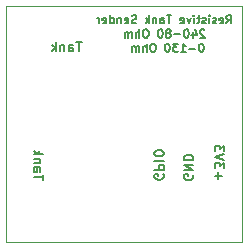
<source format=gbr>
%TF.GenerationSoftware,KiCad,Pcbnew,(5.1.8-0-10_14)*%
%TF.CreationDate,2020-11-27T11:56:29+01:00*%
%TF.ProjectId,Tank_Sender,54616e6b-5f53-4656-9e64-65722e6b6963,rev?*%
%TF.SameCoordinates,Original*%
%TF.FileFunction,Legend,Bot*%
%TF.FilePolarity,Positive*%
%FSLAX46Y46*%
G04 Gerber Fmt 4.6, Leading zero omitted, Abs format (unit mm)*
G04 Created by KiCad (PCBNEW (5.1.8-0-10_14)) date 2020-11-27 11:56:29*
%MOMM*%
%LPD*%
G01*
G04 APERTURE LIST*
%TA.AperFunction,Profile*%
%ADD10C,0.050000*%
%TD*%
%ADD11C,0.150000*%
G04 APERTURE END LIST*
D10*
X145000000Y-93000000D02*
X165000000Y-93000000D01*
X165000000Y-93000000D02*
X165000000Y-73000000D01*
X165000000Y-73000000D02*
X145000000Y-73000000D01*
X145000000Y-73000000D02*
X145000000Y-90000000D01*
X145000000Y-93000000D02*
X145000000Y-90000000D01*
D11*
X158300000Y-87300000D02*
X158338095Y-87376190D01*
X158338095Y-87490476D01*
X158300000Y-87604761D01*
X158223809Y-87680952D01*
X158147619Y-87719047D01*
X157995238Y-87757142D01*
X157880952Y-87757142D01*
X157728571Y-87719047D01*
X157652380Y-87680952D01*
X157576190Y-87604761D01*
X157538095Y-87490476D01*
X157538095Y-87414285D01*
X157576190Y-87300000D01*
X157614285Y-87261904D01*
X157880952Y-87261904D01*
X157880952Y-87414285D01*
X157538095Y-86919047D02*
X158338095Y-86919047D01*
X158338095Y-86614285D01*
X158300000Y-86538095D01*
X158261904Y-86500000D01*
X158185714Y-86461904D01*
X158071428Y-86461904D01*
X157995238Y-86500000D01*
X157957142Y-86538095D01*
X157919047Y-86614285D01*
X157919047Y-86919047D01*
X157538095Y-86119047D02*
X158338095Y-86119047D01*
X158338095Y-85585714D02*
X158338095Y-85433333D01*
X158300000Y-85357142D01*
X158223809Y-85280952D01*
X158071428Y-85242857D01*
X157804761Y-85242857D01*
X157652380Y-85280952D01*
X157576190Y-85357142D01*
X157538095Y-85433333D01*
X157538095Y-85585714D01*
X157576190Y-85661904D01*
X157652380Y-85738095D01*
X157804761Y-85776190D01*
X158071428Y-85776190D01*
X158223809Y-85738095D01*
X158300000Y-85661904D01*
X158338095Y-85585714D01*
X160800000Y-87309523D02*
X160838095Y-87385714D01*
X160838095Y-87500000D01*
X160800000Y-87614285D01*
X160723809Y-87690476D01*
X160647619Y-87728571D01*
X160495238Y-87766666D01*
X160380952Y-87766666D01*
X160228571Y-87728571D01*
X160152380Y-87690476D01*
X160076190Y-87614285D01*
X160038095Y-87500000D01*
X160038095Y-87423809D01*
X160076190Y-87309523D01*
X160114285Y-87271428D01*
X160380952Y-87271428D01*
X160380952Y-87423809D01*
X160038095Y-86928571D02*
X160838095Y-86928571D01*
X160038095Y-86471428D01*
X160838095Y-86471428D01*
X160038095Y-86090476D02*
X160838095Y-86090476D01*
X160838095Y-85900000D01*
X160800000Y-85785714D01*
X160723809Y-85709523D01*
X160647619Y-85671428D01*
X160495238Y-85633333D01*
X160380952Y-85633333D01*
X160228571Y-85671428D01*
X160152380Y-85709523D01*
X160076190Y-85785714D01*
X160038095Y-85900000D01*
X160038095Y-86090476D01*
X162942857Y-87709523D02*
X162942857Y-87100000D01*
X162638095Y-87404761D02*
X163247619Y-87404761D01*
X163438095Y-86795238D02*
X163438095Y-86300000D01*
X163133333Y-86566666D01*
X163133333Y-86452380D01*
X163095238Y-86376190D01*
X163057142Y-86338095D01*
X162980952Y-86300000D01*
X162790476Y-86300000D01*
X162714285Y-86338095D01*
X162676190Y-86376190D01*
X162638095Y-86452380D01*
X162638095Y-86680952D01*
X162676190Y-86757142D01*
X162714285Y-86795238D01*
X163438095Y-86071428D02*
X162638095Y-85804761D01*
X163438095Y-85538095D01*
X163438095Y-85347619D02*
X163438095Y-84852380D01*
X163133333Y-85119047D01*
X163133333Y-85004761D01*
X163095238Y-84928571D01*
X163057142Y-84890476D01*
X162980952Y-84852380D01*
X162790476Y-84852380D01*
X162714285Y-84890476D01*
X162676190Y-84928571D01*
X162638095Y-85004761D01*
X162638095Y-85233333D01*
X162676190Y-85309523D01*
X162714285Y-85347619D01*
X148138095Y-87776190D02*
X148138095Y-87319047D01*
X147338095Y-87547619D02*
X148138095Y-87547619D01*
X147338095Y-86709523D02*
X147757142Y-86709523D01*
X147833333Y-86747619D01*
X147871428Y-86823809D01*
X147871428Y-86976190D01*
X147833333Y-87052380D01*
X147376190Y-86709523D02*
X147338095Y-86785714D01*
X147338095Y-86976190D01*
X147376190Y-87052380D01*
X147452380Y-87090476D01*
X147528571Y-87090476D01*
X147604761Y-87052380D01*
X147642857Y-86976190D01*
X147642857Y-86785714D01*
X147680952Y-86709523D01*
X147871428Y-86328571D02*
X147338095Y-86328571D01*
X147795238Y-86328571D02*
X147833333Y-86290476D01*
X147871428Y-86214285D01*
X147871428Y-86100000D01*
X147833333Y-86023809D01*
X147757142Y-85985714D01*
X147338095Y-85985714D01*
X147338095Y-85604761D02*
X148138095Y-85604761D01*
X147642857Y-85528571D02*
X147338095Y-85300000D01*
X147871428Y-85300000D02*
X147566666Y-85604761D01*
X151376190Y-76061904D02*
X150919047Y-76061904D01*
X151147619Y-76861904D02*
X151147619Y-76061904D01*
X150309523Y-76861904D02*
X150309523Y-76442857D01*
X150347619Y-76366666D01*
X150423809Y-76328571D01*
X150576190Y-76328571D01*
X150652380Y-76366666D01*
X150309523Y-76823809D02*
X150385714Y-76861904D01*
X150576190Y-76861904D01*
X150652380Y-76823809D01*
X150690476Y-76747619D01*
X150690476Y-76671428D01*
X150652380Y-76595238D01*
X150576190Y-76557142D01*
X150385714Y-76557142D01*
X150309523Y-76519047D01*
X149928571Y-76328571D02*
X149928571Y-76861904D01*
X149928571Y-76404761D02*
X149890476Y-76366666D01*
X149814285Y-76328571D01*
X149700000Y-76328571D01*
X149623809Y-76366666D01*
X149585714Y-76442857D01*
X149585714Y-76861904D01*
X149204761Y-76861904D02*
X149204761Y-76061904D01*
X149128571Y-76557142D02*
X148900000Y-76861904D01*
X148900000Y-76328571D02*
X149204761Y-76633333D01*
X163650000Y-74516666D02*
X163883333Y-74183333D01*
X164050000Y-74516666D02*
X164050000Y-73816666D01*
X163783333Y-73816666D01*
X163716666Y-73850000D01*
X163683333Y-73883333D01*
X163650000Y-73950000D01*
X163650000Y-74050000D01*
X163683333Y-74116666D01*
X163716666Y-74150000D01*
X163783333Y-74183333D01*
X164050000Y-74183333D01*
X163083333Y-74483333D02*
X163150000Y-74516666D01*
X163283333Y-74516666D01*
X163350000Y-74483333D01*
X163383333Y-74416666D01*
X163383333Y-74150000D01*
X163350000Y-74083333D01*
X163283333Y-74050000D01*
X163150000Y-74050000D01*
X163083333Y-74083333D01*
X163050000Y-74150000D01*
X163050000Y-74216666D01*
X163383333Y-74283333D01*
X162783333Y-74483333D02*
X162716666Y-74516666D01*
X162583333Y-74516666D01*
X162516666Y-74483333D01*
X162483333Y-74416666D01*
X162483333Y-74383333D01*
X162516666Y-74316666D01*
X162583333Y-74283333D01*
X162683333Y-74283333D01*
X162750000Y-74250000D01*
X162783333Y-74183333D01*
X162783333Y-74150000D01*
X162750000Y-74083333D01*
X162683333Y-74050000D01*
X162583333Y-74050000D01*
X162516666Y-74083333D01*
X162183333Y-74516666D02*
X162183333Y-74050000D01*
X162183333Y-73816666D02*
X162216666Y-73850000D01*
X162183333Y-73883333D01*
X162150000Y-73850000D01*
X162183333Y-73816666D01*
X162183333Y-73883333D01*
X161883333Y-74483333D02*
X161816666Y-74516666D01*
X161683333Y-74516666D01*
X161616666Y-74483333D01*
X161583333Y-74416666D01*
X161583333Y-74383333D01*
X161616666Y-74316666D01*
X161683333Y-74283333D01*
X161783333Y-74283333D01*
X161850000Y-74250000D01*
X161883333Y-74183333D01*
X161883333Y-74150000D01*
X161850000Y-74083333D01*
X161783333Y-74050000D01*
X161683333Y-74050000D01*
X161616666Y-74083333D01*
X161383333Y-74050000D02*
X161116666Y-74050000D01*
X161283333Y-73816666D02*
X161283333Y-74416666D01*
X161250000Y-74483333D01*
X161183333Y-74516666D01*
X161116666Y-74516666D01*
X160883333Y-74516666D02*
X160883333Y-74050000D01*
X160883333Y-73816666D02*
X160916666Y-73850000D01*
X160883333Y-73883333D01*
X160850000Y-73850000D01*
X160883333Y-73816666D01*
X160883333Y-73883333D01*
X160616666Y-74050000D02*
X160450000Y-74516666D01*
X160283333Y-74050000D01*
X159750000Y-74483333D02*
X159816666Y-74516666D01*
X159950000Y-74516666D01*
X160016666Y-74483333D01*
X160050000Y-74416666D01*
X160050000Y-74150000D01*
X160016666Y-74083333D01*
X159950000Y-74050000D01*
X159816666Y-74050000D01*
X159750000Y-74083333D01*
X159716666Y-74150000D01*
X159716666Y-74216666D01*
X160050000Y-74283333D01*
X158983333Y-73816666D02*
X158583333Y-73816666D01*
X158783333Y-74516666D02*
X158783333Y-73816666D01*
X158050000Y-74516666D02*
X158050000Y-74150000D01*
X158083333Y-74083333D01*
X158150000Y-74050000D01*
X158283333Y-74050000D01*
X158350000Y-74083333D01*
X158050000Y-74483333D02*
X158116666Y-74516666D01*
X158283333Y-74516666D01*
X158350000Y-74483333D01*
X158383333Y-74416666D01*
X158383333Y-74350000D01*
X158350000Y-74283333D01*
X158283333Y-74250000D01*
X158116666Y-74250000D01*
X158050000Y-74216666D01*
X157716666Y-74050000D02*
X157716666Y-74516666D01*
X157716666Y-74116666D02*
X157683333Y-74083333D01*
X157616666Y-74050000D01*
X157516666Y-74050000D01*
X157450000Y-74083333D01*
X157416666Y-74150000D01*
X157416666Y-74516666D01*
X157083333Y-74516666D02*
X157083333Y-73816666D01*
X157016666Y-74250000D02*
X156816666Y-74516666D01*
X156816666Y-74050000D02*
X157083333Y-74316666D01*
X156016666Y-74483333D02*
X155916666Y-74516666D01*
X155750000Y-74516666D01*
X155683333Y-74483333D01*
X155650000Y-74450000D01*
X155616666Y-74383333D01*
X155616666Y-74316666D01*
X155650000Y-74250000D01*
X155683333Y-74216666D01*
X155750000Y-74183333D01*
X155883333Y-74150000D01*
X155950000Y-74116666D01*
X155983333Y-74083333D01*
X156016666Y-74016666D01*
X156016666Y-73950000D01*
X155983333Y-73883333D01*
X155950000Y-73850000D01*
X155883333Y-73816666D01*
X155716666Y-73816666D01*
X155616666Y-73850000D01*
X155050000Y-74483333D02*
X155116666Y-74516666D01*
X155250000Y-74516666D01*
X155316666Y-74483333D01*
X155350000Y-74416666D01*
X155350000Y-74150000D01*
X155316666Y-74083333D01*
X155250000Y-74050000D01*
X155116666Y-74050000D01*
X155050000Y-74083333D01*
X155016666Y-74150000D01*
X155016666Y-74216666D01*
X155350000Y-74283333D01*
X154716666Y-74050000D02*
X154716666Y-74516666D01*
X154716666Y-74116666D02*
X154683333Y-74083333D01*
X154616666Y-74050000D01*
X154516666Y-74050000D01*
X154450000Y-74083333D01*
X154416666Y-74150000D01*
X154416666Y-74516666D01*
X153783333Y-74516666D02*
X153783333Y-73816666D01*
X153783333Y-74483333D02*
X153850000Y-74516666D01*
X153983333Y-74516666D01*
X154050000Y-74483333D01*
X154083333Y-74450000D01*
X154116666Y-74383333D01*
X154116666Y-74183333D01*
X154083333Y-74116666D01*
X154050000Y-74083333D01*
X153983333Y-74050000D01*
X153850000Y-74050000D01*
X153783333Y-74083333D01*
X153183333Y-74483333D02*
X153250000Y-74516666D01*
X153383333Y-74516666D01*
X153450000Y-74483333D01*
X153483333Y-74416666D01*
X153483333Y-74150000D01*
X153450000Y-74083333D01*
X153383333Y-74050000D01*
X153250000Y-74050000D01*
X153183333Y-74083333D01*
X153150000Y-74150000D01*
X153150000Y-74216666D01*
X153483333Y-74283333D01*
X152850000Y-74516666D02*
X152850000Y-74050000D01*
X152850000Y-74183333D02*
X152816666Y-74116666D01*
X152783333Y-74083333D01*
X152716666Y-74050000D01*
X152650000Y-74050000D01*
X161783333Y-75083333D02*
X161750000Y-75050000D01*
X161683333Y-75016666D01*
X161516666Y-75016666D01*
X161450000Y-75050000D01*
X161416666Y-75083333D01*
X161383333Y-75150000D01*
X161383333Y-75216666D01*
X161416666Y-75316666D01*
X161816666Y-75716666D01*
X161383333Y-75716666D01*
X160783333Y-75250000D02*
X160783333Y-75716666D01*
X160950000Y-74983333D02*
X161116666Y-75483333D01*
X160683333Y-75483333D01*
X160283333Y-75016666D02*
X160216666Y-75016666D01*
X160150000Y-75050000D01*
X160116666Y-75083333D01*
X160083333Y-75150000D01*
X160050000Y-75283333D01*
X160050000Y-75450000D01*
X160083333Y-75583333D01*
X160116666Y-75650000D01*
X160150000Y-75683333D01*
X160216666Y-75716666D01*
X160283333Y-75716666D01*
X160350000Y-75683333D01*
X160383333Y-75650000D01*
X160416666Y-75583333D01*
X160450000Y-75450000D01*
X160450000Y-75283333D01*
X160416666Y-75150000D01*
X160383333Y-75083333D01*
X160350000Y-75050000D01*
X160283333Y-75016666D01*
X159750000Y-75450000D02*
X159216666Y-75450000D01*
X158783333Y-75316666D02*
X158850000Y-75283333D01*
X158883333Y-75250000D01*
X158916666Y-75183333D01*
X158916666Y-75150000D01*
X158883333Y-75083333D01*
X158850000Y-75050000D01*
X158783333Y-75016666D01*
X158650000Y-75016666D01*
X158583333Y-75050000D01*
X158550000Y-75083333D01*
X158516666Y-75150000D01*
X158516666Y-75183333D01*
X158550000Y-75250000D01*
X158583333Y-75283333D01*
X158650000Y-75316666D01*
X158783333Y-75316666D01*
X158850000Y-75350000D01*
X158883333Y-75383333D01*
X158916666Y-75450000D01*
X158916666Y-75583333D01*
X158883333Y-75650000D01*
X158850000Y-75683333D01*
X158783333Y-75716666D01*
X158650000Y-75716666D01*
X158583333Y-75683333D01*
X158550000Y-75650000D01*
X158516666Y-75583333D01*
X158516666Y-75450000D01*
X158550000Y-75383333D01*
X158583333Y-75350000D01*
X158650000Y-75316666D01*
X158083333Y-75016666D02*
X158016666Y-75016666D01*
X157950000Y-75050000D01*
X157916666Y-75083333D01*
X157883333Y-75150000D01*
X157850000Y-75283333D01*
X157850000Y-75450000D01*
X157883333Y-75583333D01*
X157916666Y-75650000D01*
X157950000Y-75683333D01*
X158016666Y-75716666D01*
X158083333Y-75716666D01*
X158150000Y-75683333D01*
X158183333Y-75650000D01*
X158216666Y-75583333D01*
X158250000Y-75450000D01*
X158250000Y-75283333D01*
X158216666Y-75150000D01*
X158183333Y-75083333D01*
X158150000Y-75050000D01*
X158083333Y-75016666D01*
X156883333Y-75016666D02*
X156750000Y-75016666D01*
X156683333Y-75050000D01*
X156616666Y-75116666D01*
X156583333Y-75250000D01*
X156583333Y-75483333D01*
X156616666Y-75616666D01*
X156683333Y-75683333D01*
X156750000Y-75716666D01*
X156883333Y-75716666D01*
X156950000Y-75683333D01*
X157016666Y-75616666D01*
X157050000Y-75483333D01*
X157050000Y-75250000D01*
X157016666Y-75116666D01*
X156950000Y-75050000D01*
X156883333Y-75016666D01*
X156283333Y-75716666D02*
X156283333Y-75016666D01*
X155983333Y-75716666D02*
X155983333Y-75350000D01*
X156016666Y-75283333D01*
X156083333Y-75250000D01*
X156183333Y-75250000D01*
X156250000Y-75283333D01*
X156283333Y-75316666D01*
X155650000Y-75716666D02*
X155650000Y-75250000D01*
X155650000Y-75316666D02*
X155616666Y-75283333D01*
X155550000Y-75250000D01*
X155450000Y-75250000D01*
X155383333Y-75283333D01*
X155350000Y-75350000D01*
X155350000Y-75716666D01*
X155350000Y-75350000D02*
X155316666Y-75283333D01*
X155250000Y-75250000D01*
X155150000Y-75250000D01*
X155083333Y-75283333D01*
X155050000Y-75350000D01*
X155050000Y-75716666D01*
X161550000Y-76216666D02*
X161483333Y-76216666D01*
X161416666Y-76250000D01*
X161383333Y-76283333D01*
X161350000Y-76350000D01*
X161316666Y-76483333D01*
X161316666Y-76650000D01*
X161350000Y-76783333D01*
X161383333Y-76850000D01*
X161416666Y-76883333D01*
X161483333Y-76916666D01*
X161550000Y-76916666D01*
X161616666Y-76883333D01*
X161650000Y-76850000D01*
X161683333Y-76783333D01*
X161716666Y-76650000D01*
X161716666Y-76483333D01*
X161683333Y-76350000D01*
X161650000Y-76283333D01*
X161616666Y-76250000D01*
X161550000Y-76216666D01*
X161016666Y-76650000D02*
X160483333Y-76650000D01*
X159783333Y-76916666D02*
X160183333Y-76916666D01*
X159983333Y-76916666D02*
X159983333Y-76216666D01*
X160050000Y-76316666D01*
X160116666Y-76383333D01*
X160183333Y-76416666D01*
X159550000Y-76216666D02*
X159116666Y-76216666D01*
X159350000Y-76483333D01*
X159250000Y-76483333D01*
X159183333Y-76516666D01*
X159150000Y-76550000D01*
X159116666Y-76616666D01*
X159116666Y-76783333D01*
X159150000Y-76850000D01*
X159183333Y-76883333D01*
X159250000Y-76916666D01*
X159450000Y-76916666D01*
X159516666Y-76883333D01*
X159550000Y-76850000D01*
X158683333Y-76216666D02*
X158616666Y-76216666D01*
X158550000Y-76250000D01*
X158516666Y-76283333D01*
X158483333Y-76350000D01*
X158450000Y-76483333D01*
X158450000Y-76650000D01*
X158483333Y-76783333D01*
X158516666Y-76850000D01*
X158550000Y-76883333D01*
X158616666Y-76916666D01*
X158683333Y-76916666D01*
X158750000Y-76883333D01*
X158783333Y-76850000D01*
X158816666Y-76783333D01*
X158850000Y-76650000D01*
X158850000Y-76483333D01*
X158816666Y-76350000D01*
X158783333Y-76283333D01*
X158750000Y-76250000D01*
X158683333Y-76216666D01*
X157483333Y-76216666D02*
X157350000Y-76216666D01*
X157283333Y-76250000D01*
X157216666Y-76316666D01*
X157183333Y-76450000D01*
X157183333Y-76683333D01*
X157216666Y-76816666D01*
X157283333Y-76883333D01*
X157350000Y-76916666D01*
X157483333Y-76916666D01*
X157550000Y-76883333D01*
X157616666Y-76816666D01*
X157650000Y-76683333D01*
X157650000Y-76450000D01*
X157616666Y-76316666D01*
X157550000Y-76250000D01*
X157483333Y-76216666D01*
X156883333Y-76916666D02*
X156883333Y-76216666D01*
X156583333Y-76916666D02*
X156583333Y-76550000D01*
X156616666Y-76483333D01*
X156683333Y-76450000D01*
X156783333Y-76450000D01*
X156850000Y-76483333D01*
X156883333Y-76516666D01*
X156250000Y-76916666D02*
X156250000Y-76450000D01*
X156250000Y-76516666D02*
X156216666Y-76483333D01*
X156150000Y-76450000D01*
X156050000Y-76450000D01*
X155983333Y-76483333D01*
X155950000Y-76550000D01*
X155950000Y-76916666D01*
X155950000Y-76550000D02*
X155916666Y-76483333D01*
X155850000Y-76450000D01*
X155750000Y-76450000D01*
X155683333Y-76483333D01*
X155650000Y-76550000D01*
X155650000Y-76916666D01*
M02*

</source>
